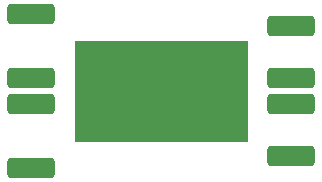
<source format=gts>
G04 #@! TF.GenerationSoftware,KiCad,Pcbnew,8.0.3-8.0.3-0~ubuntu22.04.1*
G04 #@! TF.CreationDate,2024-07-06T17:23:21+03:00*
G04 #@! TF.ProjectId,Directional_Coupler,44697265-6374-4696-9f6e-616c5f436f75,A0*
G04 #@! TF.SameCoordinates,Original*
G04 #@! TF.FileFunction,Soldermask,Top*
G04 #@! TF.FilePolarity,Negative*
%FSLAX46Y46*%
G04 Gerber Fmt 4.6, Leading zero omitted, Abs format (unit mm)*
G04 Created by KiCad (PCBNEW 8.0.3-8.0.3-0~ubuntu22.04.1) date 2024-07-06 17:23:21*
%MOMM*%
%LPD*%
G01*
G04 APERTURE LIST*
G04 Aperture macros list*
%AMRoundRect*
0 Rectangle with rounded corners*
0 $1 Rounding radius*
0 $2 $3 $4 $5 $6 $7 $8 $9 X,Y pos of 4 corners*
0 Add a 4 corners polygon primitive as box body*
4,1,4,$2,$3,$4,$5,$6,$7,$8,$9,$2,$3,0*
0 Add four circle primitives for the rounded corners*
1,1,$1+$1,$2,$3*
1,1,$1+$1,$4,$5*
1,1,$1+$1,$6,$7*
1,1,$1+$1,$8,$9*
0 Add four rect primitives between the rounded corners*
20,1,$1+$1,$2,$3,$4,$5,0*
20,1,$1+$1,$4,$5,$6,$7,0*
20,1,$1+$1,$6,$7,$8,$9,0*
20,1,$1+$1,$8,$9,$2,$3,0*%
G04 Aperture macros list end*
%ADD10C,0.100000*%
%ADD11C,0.500000*%
%ADD12RoundRect,0.274194X-1.725806X-0.575806X1.725806X-0.575806X1.725806X0.575806X-1.725806X0.575806X0*%
G04 APERTURE END LIST*
D10*
X91700000Y-45250000D02*
X106300000Y-45250000D01*
X106300000Y-53750000D01*
X91700000Y-53750000D01*
X91700000Y-45250000D01*
G36*
X91700000Y-45250000D02*
G01*
X106300000Y-45250000D01*
X106300000Y-53750000D01*
X91700000Y-53750000D01*
X91700000Y-45250000D01*
G37*
D11*
X92500000Y-46450000D03*
X92500000Y-48000000D03*
X92500000Y-49500000D03*
X92500000Y-51050000D03*
X92500000Y-52550000D03*
X93150000Y-45700000D03*
X93150000Y-47200000D03*
X93150000Y-48750000D03*
X93150000Y-50250000D03*
X93150000Y-51800000D03*
X93150000Y-53300000D03*
X93800000Y-46450000D03*
X93800000Y-48000000D03*
X93800000Y-49500000D03*
X93800000Y-51050000D03*
X93800000Y-52550000D03*
X94450000Y-45700000D03*
X94450000Y-47200000D03*
X94450000Y-48750000D03*
X94450000Y-50250000D03*
X94450000Y-51800000D03*
X94450000Y-53300000D03*
X95100000Y-46450000D03*
X95100000Y-48000000D03*
X95100000Y-49500000D03*
X95100000Y-51050000D03*
X95100000Y-52550000D03*
X95700000Y-45700000D03*
X95700000Y-47200000D03*
X95700000Y-48750000D03*
X95700000Y-50250000D03*
X95700000Y-51800000D03*
X95700000Y-53300000D03*
X96350000Y-46450000D03*
X96350000Y-48000000D03*
X96350000Y-49500000D03*
X96350000Y-51050000D03*
X96350000Y-52550000D03*
X97000000Y-45700000D03*
X97000000Y-47200000D03*
X97000000Y-48750000D03*
X97000000Y-50250000D03*
X97000000Y-51800000D03*
X97000000Y-53300000D03*
X97650000Y-46450000D03*
X97650000Y-48000000D03*
X97650000Y-49500000D03*
X97650000Y-51050000D03*
X97650000Y-52550000D03*
X98300000Y-45700000D03*
X98300000Y-47200000D03*
X98300000Y-48750000D03*
X98300000Y-50250000D03*
X98300000Y-51800000D03*
X98300000Y-53300000D03*
X99000000Y-46450000D03*
X99000000Y-48000000D03*
X99000000Y-49500000D03*
X99000000Y-51050000D03*
X99000000Y-52550000D03*
X99650000Y-45700000D03*
X99650000Y-47200000D03*
X99650000Y-48750000D03*
X99650000Y-50250000D03*
X99650000Y-51800000D03*
X99650000Y-53300000D03*
X100300000Y-46450000D03*
X100300000Y-48000000D03*
X100300000Y-49500000D03*
X100300000Y-51050000D03*
X100300000Y-52550000D03*
X100950000Y-45700000D03*
X100950000Y-47200000D03*
X100950000Y-48750000D03*
X100950000Y-50250000D03*
X100950000Y-51800000D03*
X100950000Y-53300000D03*
X101600000Y-46450000D03*
X101600000Y-48000000D03*
X101600000Y-49500000D03*
X101600000Y-51050000D03*
X101600000Y-52550000D03*
X102250000Y-45700000D03*
X102250000Y-47200000D03*
X102250000Y-48750000D03*
X102250000Y-50250000D03*
X102250000Y-51800000D03*
X102250000Y-53300000D03*
X102850000Y-46450000D03*
X102850000Y-48000000D03*
X102850000Y-49500000D03*
X102850000Y-51050000D03*
X102850000Y-52550000D03*
X103500000Y-45700000D03*
X103500000Y-47200000D03*
X103500000Y-48750000D03*
X103500000Y-50250000D03*
X103500000Y-51800000D03*
X103500000Y-53300000D03*
X104150000Y-46450000D03*
X104150000Y-48000000D03*
X104150000Y-49500000D03*
X104150000Y-51050000D03*
X104150000Y-52550000D03*
X104800000Y-45700000D03*
X104800000Y-47200000D03*
X104800000Y-48750000D03*
X104800000Y-50250000D03*
X104800000Y-51800000D03*
X104800000Y-53300000D03*
X105450000Y-46450000D03*
X105450000Y-48000000D03*
X105450000Y-49500000D03*
X105450000Y-51050000D03*
X105450000Y-52550000D03*
D12*
X110000000Y-55000000D03*
X88000000Y-43000000D03*
X88000000Y-56000000D03*
X88000000Y-48400000D03*
X88000000Y-50600000D03*
X110000000Y-48400000D03*
X110000000Y-50600000D03*
X110000000Y-44000000D03*
M02*

</source>
